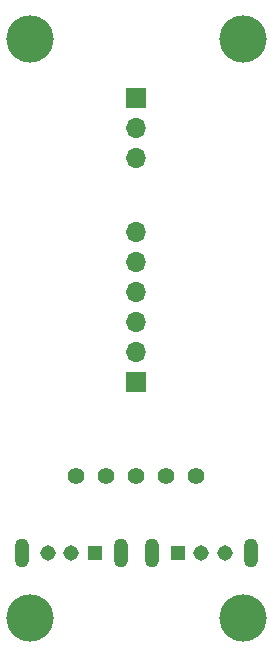
<source format=gbr>
%TF.GenerationSoftware,KiCad,Pcbnew,(6.0.7)*%
%TF.CreationDate,2023-12-15T10:10:15-08:00*%
%TF.ProjectId,NiceView-BKB-Mount,4e696365-5669-4657-972d-424b422d4d6f,rev?*%
%TF.SameCoordinates,Original*%
%TF.FileFunction,Soldermask,Bot*%
%TF.FilePolarity,Negative*%
%FSLAX46Y46*%
G04 Gerber Fmt 4.6, Leading zero omitted, Abs format (unit mm)*
G04 Created by KiCad (PCBNEW (6.0.7)) date 2023-12-15 10:10:15*
%MOMM*%
%LPD*%
G01*
G04 APERTURE LIST*
%ADD10C,4.000000*%
%ADD11R,1.308000X1.308000*%
%ADD12C,1.308000*%
%ADD13O,1.230000X2.460000*%
%ADD14C,1.397000*%
%ADD15R,1.700000X1.700000*%
%ADD16O,1.700000X1.700000*%
G04 APERTURE END LIST*
D10*
%TO.C,TH1*%
X125500000Y-43750000D03*
%TD*%
D11*
%TO.C,PWR_SW1*%
X131000000Y-87250000D03*
D12*
X129000000Y-87250000D03*
X127000000Y-87250000D03*
D13*
X133200000Y-87250000D03*
X124800000Y-87250000D03*
%TD*%
D14*
%TO.C,Nice!View1*%
X129420000Y-80750000D03*
X131960000Y-80750000D03*
X134500000Y-80750000D03*
X137040000Y-80750000D03*
X139580000Y-80750000D03*
%TD*%
D15*
%TO.C,ControllerInput1*%
X134500000Y-72750000D03*
D16*
X134500000Y-70210000D03*
X134500000Y-67670000D03*
X134500000Y-65130000D03*
X134500000Y-62590000D03*
X134500000Y-60050000D03*
%TD*%
D10*
%TO.C,TH1*%
X143500000Y-43750000D03*
%TD*%
D15*
%TO.C,PWR_Connectors1*%
X134500000Y-48750000D03*
D16*
X134500000Y-51290000D03*
X134500000Y-53830000D03*
%TD*%
D10*
%TO.C,TH1*%
X143500000Y-92750000D03*
%TD*%
D11*
%TO.C,PWR_SW2*%
X138000000Y-87250000D03*
D12*
X140000000Y-87250000D03*
X142000000Y-87250000D03*
D13*
X135800000Y-87250000D03*
X144200000Y-87250000D03*
%TD*%
D10*
%TO.C,TH1*%
X125500000Y-92750000D03*
%TD*%
M02*

</source>
